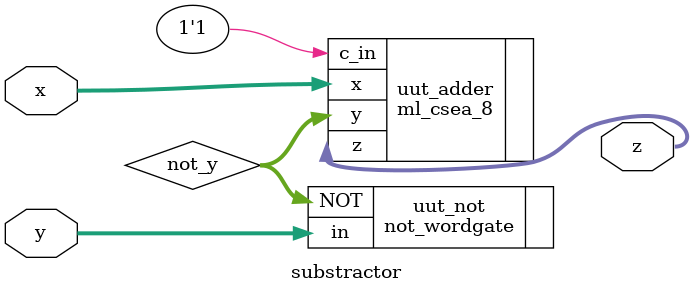
<source format=v>
module substractor (
  input [64:0]x,
  input [64:0]y,
  output [127:0]z
);

  wire [64:0]not_y;
  
  not_wordgate #(.w(65)) uut_not (
    .in(y),
    .NOT(not_y)
  );
  
  ml_csea_8 uut_adder (
    .x(x),
    .y(not_y),
    .c_in(1'b1),
    .z(z)
  );
  
endmodule
</source>
